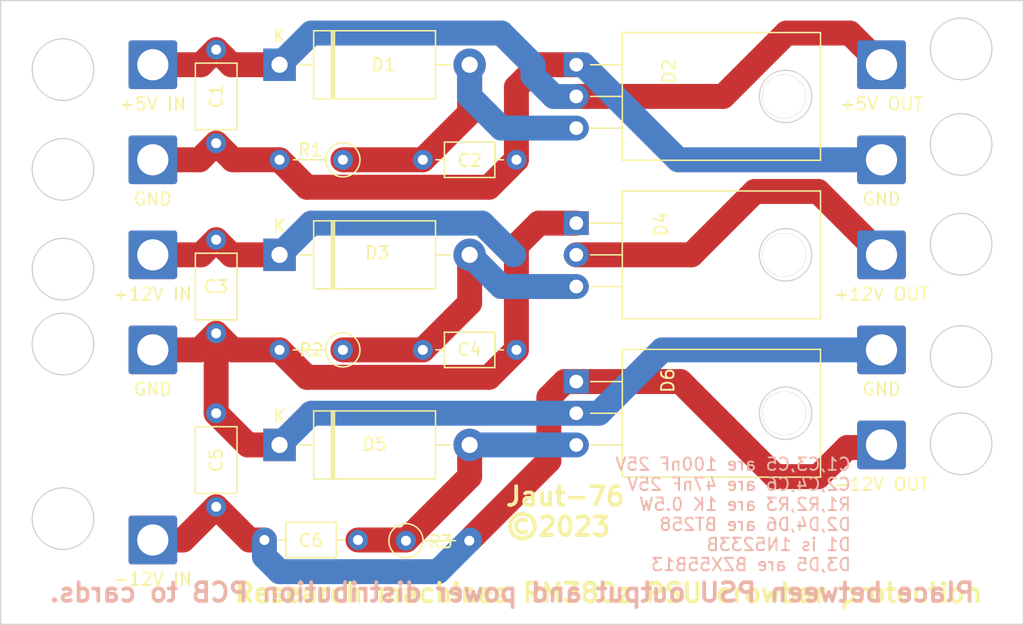
<source format=kicad_pcb>
(kicad_pcb (version 20221018) (generator pcbnew)
  (layers (0 "F.Cu" signal) (31 "B.Cu" signal) (34 "B.Paste" user) (35 "F.Paste" user) (36 "B.SilkS" user "B.Silkscreen") (37 "F.SilkS" user "F.Silkscreen") (38 "B.Mask" user) (39 "F.Mask" user) (44 "Edge.Cuts" user))
  (net 0 "")
  (net 1 "Net-(D1-K)")
  (net 2 "Net-(D2-K)")
  (net 3 "Net-(D1-A)")
  (net 4 "Net-(D3-K)")
  (net 5 "Net-(D4-K)")
  (net 6 "Net-(D3-A)")
  (net 7 "Net-(D6-K)")
  (net 8 "Net-(D5-A)")
  (footprint "Connector_Wire:SolderWire-2sqmm_1x01_D2mm_OD3.9mm" (layer "F.Cu") (at 203.2 104.14)
    (fp_text reference "H1" hide)
    (fp_text value "+5V IN" (at 0 3.15) (layer "F.SilkS"))
    (pad "1" thru_hole roundrect (at 0 0) (size 3.9 3.9) (drill 2.5) (layers "*.Cu" "*.Mask") (roundrect_rratio 0.06410307692) (net 1 "Net-(D1-K)"))
  )
  (footprint "Connector_Wire:SolderWire-2sqmm_1x01_D2mm_OD3.9mm" (layer "F.Cu") (at 261.62 127)
    (fp_text reference "H8" hide)
    (fp_text value "GND" (at 0 3.15) (layer "F.SilkS"))
    (pad "1" thru_hole roundrect (at 0 0) (size 3.9 3.9) (drill 2.5) (layers "*.Cu" "*.Mask") (roundrect_rratio 0.06410307692) (net 5 "Net-(D4-K)"))
  )
  (footprint "Capacitor_THT:C_Axial_L5.1mm_D3.1mm_P7.50mm_Horizontal" (layer "F.Cu") (at 208.28 102.93 -90)
    (fp_text reference "C1" (at 3.745 0.005 90) (layer "F.SilkS"))
    (fp_text value "100nf" hide)
    (fp_line (start 1.04 0) (end 1.08 0) (stroke (width 0.12)) (layer "F.SilkS"))
    (fp_line (start 1.08 -1.67) (end 1.08 1.67) (stroke (width 0.12)) (layer "F.SilkS"))
    (fp_line (start 1.08 1.67) (end 6.42 1.67) (stroke (width 0.12)) (layer "F.SilkS"))
    (fp_line (start 6.42 -1.67) (end 1.08 -1.67) (stroke (width 0.12)) (layer "F.SilkS"))
    (fp_line (start 6.42 1.67) (end 6.42 -1.67) (stroke (width 0.12)) (layer "F.SilkS"))
    (fp_line (start 6.46 0) (end 6.42 0) (stroke (width 0.12)) (layer "F.SilkS"))
    (pad "1" thru_hole circle (at 0 0 270) (size 1.6 1.6) (drill 0.8) (layers "*.Cu" "*.Mask") (net 1 "Net-(D1-K)"))
    (pad "2" thru_hole oval (at 7.5 0 270) (size 1.6 1.6) (drill 0.8) (layers "*.Cu" "*.Mask") (net 2 "Net-(D2-K)"))
  )
  (footprint "Diode_THT:D_DO-201_P15.24mm_Horizontal" (layer "F.Cu") (at 213.36 119.38)
    (fp_text reference "D3" (at 7.84 -0.16) (layer "F.SilkS"))
    (fp_text value "1N53xxB" hide)
    (fp_text user "K" (at 0 -2.3) (layer "F.SilkS"))
    (fp_line (start 1.54 0) (end 2.735 0) (stroke (width 0.12)) (layer "F.SilkS"))
    (fp_line (start 2.735 -2.725) (end 2.735 2.725) (stroke (width 0.12)) (layer "F.SilkS"))
    (fp_line (start 2.735 2.725) (end 12.505 2.725) (stroke (width 0.12)) (layer "F.SilkS"))
    (fp_line (start 4.1645 -2.725) (end 4.1645 2.725) (stroke (width 0.12)) (layer "F.SilkS"))
    (fp_line (start 4.2845 -2.725) (end 4.2845 2.725) (stroke (width 0.12)) (layer "F.SilkS"))
    (fp_line (start 4.4045 -2.725) (end 4.4045 2.725) (stroke (width 0.12)) (layer "F.SilkS"))
    (fp_line (start 12.505 -2.725) (end 2.735 -2.725) (stroke (width 0.12)) (layer "F.SilkS"))
    (fp_line (start 12.505 2.725) (end 12.505 -2.725) (stroke (width 0.12)) (layer "F.SilkS"))
    (fp_line (start 13.7 0) (end 12.505 0) (stroke (width 0.12)) (layer "F.SilkS"))
    (pad "1" thru_hole rect (at 0 0) (size 2.6 2.6) (drill 1.3) (layers "*.Cu" "*.Mask") (net 4 "Net-(D3-K)"))
    (pad "2" thru_hole oval (at 15.24 0) (size 2.6 2.6) (drill 1.3) (layers "*.Cu" "*.Mask") (net 6 "Net-(D3-A)"))
  )
  (footprint "Capacitor_THT:C_Axial_L3.8mm_D2.6mm_P7.50mm_Horizontal" (layer "F.Cu") (at 224.85 127)
    (fp_text reference "C4" (at 3.74 -0.02) (layer "F.SilkS"))
    (fp_text value "47nf")
    (fp_line (start 1.04 0) (end 1.73 0) (stroke (width 0.12)) (layer "F.SilkS"))
    (fp_line (start 1.73 -1.42) (end 1.73 1.42) (stroke (width 0.12)) (layer "F.SilkS"))
    (fp_line (start 1.73 1.42) (end 5.77 1.42) (stroke (width 0.12)) (layer "F.SilkS"))
    (fp_line (start 5.77 -1.42) (end 1.73 -1.42) (stroke (width 0.12)) (layer "F.SilkS"))
    (fp_line (start 5.77 1.42) (end 5.77 -1.42) (stroke (width 0.12)) (layer "F.SilkS"))
    (fp_line (start 6.46 0) (end 5.77 0) (stroke (width 0.12)) (layer "F.SilkS"))
    (pad "1" thru_hole circle (at 0 0) (size 1.6 1.6) (drill 0.8) (layers "*.Cu" "*.Mask") (net 6 "Net-(D3-A)"))
    (pad "2" thru_hole oval (at 7.5 0) (size 1.6 1.6) (drill 0.8) (layers "*.Cu" "*.Mask") (net 5 "Net-(D4-K)"))
  )
  (footprint "Capacitor_THT:C_Axial_L3.8mm_D2.6mm_P7.50mm_Horizontal" (layer "F.Cu") (at 219.65 142.24 180)
    (fp_text reference "C6" (at 3.77 -0.04) (layer "F.SilkS"))
    (fp_text value "47nf" hide)
    (fp_line (start 1.04 0) (end 1.73 0) (stroke (width 0.12)) (layer "F.SilkS"))
    (fp_line (start 1.73 -1.42) (end 1.73 1.42) (stroke (width 0.12)) (layer "F.SilkS"))
    (fp_line (start 1.73 1.42) (end 5.77 1.42) (stroke (width 0.12)) (layer "F.SilkS"))
    (fp_line (start 5.77 -1.42) (end 1.73 -1.42) (stroke (width 0.12)) (layer "F.SilkS"))
    (fp_line (start 5.77 1.42) (end 5.77 -1.42) (stroke (width 0.12)) (layer "F.SilkS"))
    (fp_line (start 6.46 0) (end 5.77 0) (stroke (width 0.12)) (layer "F.SilkS"))
    (pad "1" thru_hole circle (at 0 0 180) (size 1.6 1.6) (drill 0.8) (layers "*.Cu" "*.Mask") (net 8 "Net-(D5-A)"))
    (pad "2" thru_hole oval (at 7.5 0 180) (size 1.6 1.6) (drill 0.8) (layers "*.Cu" "*.Mask") (net 7 "Net-(D6-K)"))
  )
  (footprint "Connector_Wire:SolderWire-2sqmm_1x01_D2mm_OD3.9mm" (layer "F.Cu") (at 261.62 104.14)
    (fp_text reference "H4" hide)
    (fp_text value "+5V OUT" (at 0 3.15) (layer "F.SilkS"))
    (pad "1" thru_hole roundrect (at 0 0) (size 3.9 3.9) (drill 2.5) (layers "*.Cu" "*.Mask") (roundrect_rratio 0.06410307692) (net 1 "Net-(D1-K)"))
  )
  (footprint "Connector_Wire:SolderWire-2sqmm_1x01_D2mm_OD3.9mm" (layer "F.Cu") (at 203.2 119.38)
    (fp_text reference "H5" hide)
    (fp_text value "+12V IN" (at 0 3.15) (layer "F.SilkS"))
    (pad "1" thru_hole roundrect (at 0 0) (size 3.9 3.9) (drill 2.5) (layers "*.Cu" "*.Mask") (roundrect_rratio 0.06410307692) (net 4 "Net-(D3-K)"))
  )
  (footprint "Capacitor_THT:C_Axial_L5.1mm_D3.1mm_P7.50mm_Horizontal" (layer "F.Cu") (at 208.28 118.17 -90)
    (fp_text reference "C3" (at 3.77 0.01 -180) (layer "F.SilkS"))
    (fp_text value "100nf" hide)
    (fp_line (start 1.04 0) (end 1.08 0) (stroke (width 0.12)) (layer "F.SilkS"))
    (fp_line (start 1.08 -1.67) (end 1.08 1.67) (stroke (width 0.12)) (layer "F.SilkS"))
    (fp_line (start 1.08 1.67) (end 6.42 1.67) (stroke (width 0.12)) (layer "F.SilkS"))
    (fp_line (start 6.42 -1.67) (end 1.08 -1.67) (stroke (width 0.12)) (layer "F.SilkS"))
    (fp_line (start 6.42 1.67) (end 6.42 -1.67) (stroke (width 0.12)) (layer "F.SilkS"))
    (fp_line (start 6.46 0) (end 6.42 0) (stroke (width 0.12)) (layer "F.SilkS"))
    (pad "1" thru_hole circle (at 0 0 270) (size 1.6 1.6) (drill 0.8) (layers "*.Cu" "*.Mask") (net 4 "Net-(D3-K)"))
    (pad "2" thru_hole oval (at 7.5 0 270) (size 1.6 1.6) (drill 0.8) (layers "*.Cu" "*.Mask") (net 5 "Net-(D4-K)"))
  )
  (footprint "Connector_Wire:SolderWire-2sqmm_1x01_D2mm_OD3.9mm" (layer "F.Cu") (at 261.62 111.76)
    (fp_text reference "H3" hide)
    (fp_text value "GND" (at 0 3.15) (layer "F.SilkS"))
    (pad "1" thru_hole roundrect (at 0 0) (size 3.9 3.9) (drill 2.5) (layers "*.Cu" "*.Mask") (roundrect_rratio 0.06410307692) (net 2 "Net-(D2-K)"))
  )
  (footprint "Connector_Wire:SolderWire-2sqmm_1x01_D2mm_OD3.9mm" (layer "F.Cu") (at 203.2 127)
    (fp_text reference "H6" hide)
    (fp_text value "GND" (at 0 3.15) (layer "F.SilkS"))
    (pad "1" thru_hole roundrect (at 0 0) (size 3.9 3.9) (drill 2.5) (layers "*.Cu" "*.Mask") (roundrect_rratio 0.06410307692) (net 5 "Net-(D4-K)"))
  )
  (footprint "Connector_Wire:SolderWire-2sqmm_1x01_D2mm_OD3.9mm" (layer "F.Cu") (at 203.2 142.24)
    (fp_text reference "H10" hide)
    (fp_text value "-12V IN" (at 0 3.15) (layer "F.SilkS"))
    (pad "1" thru_hole roundrect (at 0 0) (size 3.9 3.9) (drill 2.5) (layers "*.Cu" "*.Mask") (roundrect_rratio 0.06410307692) (net 7 "Net-(D6-K)"))
  )
  (footprint "Capacitor_THT:C_Axial_L3.8mm_D2.6mm_P7.50mm_Horizontal" (layer "F.Cu") (at 224.85 111.76)
    (fp_text reference "C2" (at 3.76 0.05) (layer "F.SilkS"))
    (fp_text value "47nf" hide)
    (fp_line (start 1.04 0) (end 1.73 0) (stroke (width 0.12)) (layer "F.SilkS"))
    (fp_line (start 1.73 -1.42) (end 1.73 1.42) (stroke (width 0.12)) (layer "F.SilkS"))
    (fp_line (start 1.73 1.42) (end 5.77 1.42) (stroke (width 0.12)) (layer "F.SilkS"))
    (fp_line (start 5.77 -1.42) (end 1.73 -1.42) (stroke (width 0.12)) (layer "F.SilkS"))
    (fp_line (start 5.77 1.42) (end 5.77 -1.42) (stroke (width 0.12)) (layer "F.SilkS"))
    (fp_line (start 6.46 0) (end 5.77 0) (stroke (width 0.12)) (layer "F.SilkS"))
    (pad "1" thru_hole circle (at 0 0) (size 1.6 1.6) (drill 0.8) (layers "*.Cu" "*.Mask") (net 3 "Net-(D1-A)"))
    (pad "2" thru_hole oval (at 7.5 0) (size 1.6 1.6) (drill 0.8) (layers "*.Cu" "*.Mask") (net 2 "Net-(D2-K)"))
  )
  (footprint "Resistor_THT:R_Axial_DIN0207_L6.3mm_D2.5mm_P5.08mm_Vertical" (layer "F.Cu") (at 218.44 111.76 180)
    (fp_text reference "R1" (at 2.61 0.79) (layer "F.SilkS"))
    (fp_text value "1K" hide)
    (fp_line (start 1.37 0) (end 3.98 0) (stroke (width 0.12)) (layer "F.SilkS"))
    (fp_circle (center 0 0) (end 1.37 0) (stroke (width 0.12)) (fill none) (layer "F.SilkS"))
    (pad "1" thru_hole circle (at 0 0 180) (size 1.6 1.6) (drill 0.8) (layers "*.Cu" "*.Mask") (net 3 "Net-(D1-A)"))
    (pad "2" thru_hole oval (at 5.08 0 180) (size 1.6 1.6) (drill 0.8) (layers "*.Cu" "*.Mask") (net 2 "Net-(D2-K)"))
  )
  (footprint "Capacitor_THT:C_Axial_L5.1mm_D3.1mm_P7.50mm_Horizontal" (layer "F.Cu") (at 208.28 132.08 -90)
    (fp_text reference "C5" (at 3.78 0 90) (layer "F.SilkS"))
    (fp_text value "100nf" hide)
    (fp_line (start 1.04 0) (end 1.08 0) (stroke (width 0.12)) (layer "F.SilkS"))
    (fp_line (start 1.08 -1.67) (end 1.08 1.67) (stroke (width 0.12)) (layer "F.SilkS"))
    (fp_line (start 1.08 1.67) (end 6.42 1.67) (stroke (width 0.12)) (layer "F.SilkS"))
    (fp_line (start 6.42 -1.67) (end 1.08 -1.67) (stroke (width 0.12)) (layer "F.SilkS"))
    (fp_line (start 6.42 1.67) (end 6.42 -1.67) (stroke (width 0.12)) (layer "F.SilkS"))
    (fp_line (start 6.46 0) (end 6.42 0) (stroke (width 0.12)) (layer "F.SilkS"))
    (pad "1" thru_hole circle (at 0 0 270) (size 1.6 1.6) (drill 0.8) (layers "*.Cu" "*.Mask") (net 5 "Net-(D4-K)"))
    (pad "2" thru_hole oval (at 7.5 0 270) (size 1.6 1.6) (drill 0.8) (layers "*.Cu" "*.Mask") (net 7 "Net-(D6-K)"))
  )
  (footprint "Package_TO_SOT_THT:TO-220-3_Horizontal_TabDown" (layer "F.Cu") (at 237.15 104.14 -90)
    (fp_text reference "D2" (at 0.53 -7.43 90) (layer "F.SilkS"))
    (fp_text value "Q_SCR_KAG" hide)
    (fp_line (start -2.58 -19.58) (end -2.58 -3.69) (stroke (width 0.12)) (layer "F.SilkS"))
    (fp_line (start -2.58 -19.58) (end 7.66 -19.58) (stroke (width 0.12)) (layer "F.SilkS"))
    (fp_line (start -2.58 -3.69) (end 7.66 -3.69) (stroke (width 0.12)) (layer "F.SilkS"))
    (fp_line (start 0 -3.69) (end 0 -1.15) (stroke (width 0.12)) (layer "F.SilkS"))
    (fp_line (start 2.54 -3.69) (end 2.54 -1.15) (stroke (width 0.12)) (layer "F.SilkS"))
    (fp_line (start 5.08 -3.69) (end 5.08 -1.15) (stroke (width 0.12)) (layer "F.SilkS"))
    (fp_line (start 7.66 -19.58) (end 7.66 -3.69) (stroke (width 0.12)) (layer "F.SilkS"))
    (pad "" thru_hole oval (at 2.54 -16.66 270) (size 3.5 3.5) (drill 3.5) (layers "*.Cu" "*.Mask"))
    (pad "1" thru_hole rect (at 0 0 270) (size 1.905 2) (drill 1.1) (layers "*.Cu" "*.Mask") (net 2 "Net-(D2-K)"))
    (pad "2" thru_hole oval (at 2.54 0 270) (size 1.905 2) (drill 1.1) (layers "*.Cu" "*.Mask") (net 1 "Net-(D1-K)"))
    (pad "3" thru_hole oval (at 5.08 0 270) (size 1.905 2) (drill 1.1) (layers "*.Cu" "*.Mask") (net 3 "Net-(D1-A)"))
  )
  (footprint "Connector_Wire:SolderWire-2sqmm_1x01_D2mm_OD3.9mm" (layer "F.Cu") (at 261.62 134.62)
    (fp_text reference "H12" hide)
    (fp_text value "-12V OUT" (at 0 3.15) (layer "F.SilkS"))
    (pad "1" thru_hole roundrect (at 0 0) (size 3.9 3.9) (drill 2.5) (layers "*.Cu" "*.Mask") (roundrect_rratio 0.06410307692) (net 7 "Net-(D6-K)"))
  )
  (footprint "Resistor_THT:R_Axial_DIN0207_L6.3mm_D2.5mm_P5.08mm_Vertical" (layer "F.Cu") (at 223.495 142.3)
    (fp_text reference "R3" (at 2.785 0.08) (layer "F.SilkS"))
    (fp_text value "1K" hide)
    (fp_line (start 1.37 0) (end 3.98 0) (stroke (width 0.12)) (layer "F.SilkS"))
    (fp_circle (center 0 0) (end 1.37 0) (stroke (width 0.12)) (fill none) (layer "F.SilkS"))
    (pad "1" thru_hole circle (at 0 0) (size 1.6 1.6) (drill 0.8) (layers "*.Cu" "*.Mask") (net 8 "Net-(D5-A)"))
    (pad "2" thru_hole oval (at 5.08 0) (size 1.6 1.6) (drill 0.8) (layers "*.Cu" "*.Mask") (net 7 "Net-(D6-K)"))
  )
  (footprint "Resistor_THT:R_Axial_DIN0207_L6.3mm_D2.5mm_P5.08mm_Vertical" (layer "F.Cu") (at 218.44 127 180)
    (fp_text reference "R2" (at 2.54 0) (layer "F.SilkS"))
    (fp_text value "1K" hide)
    (fp_line (start 1.37 0) (end 3.98 0) (stroke (width 0.12)) (layer "F.SilkS"))
    (fp_circle (center 0 0) (end 1.37 0) (stroke (width 0.12)) (fill none) (layer "F.SilkS"))
    (pad "1" thru_hole circle (at 0 0 180) (size 1.6 1.6) (drill 0.8) (layers "*.Cu" "*.Mask") (net 6 "Net-(D3-A)"))
    (pad "2" thru_hole oval (at 5.08 0 180) (size 1.6 1.6) (drill 0.8) (layers "*.Cu" "*.Mask") (net 5 "Net-(D4-K)"))
  )
  (footprint "Connector_Wire:SolderWire-2sqmm_1x01_D2mm_OD3.9mm" (layer "F.Cu") (at 203.2 111.76)
    (fp_text reference "H2" hide)
    (fp_text value "GND" (at 0 3.15) (layer "F.SilkS"))
    (pad "1" thru_hole roundrect (at 0 0) (size 3.9 3.9) (drill 2.5) (layers "*.Cu" "*.Mask") (roundrect_rratio 0.06410307692) (net 2 "Net-(D2-K)"))
  )
  (footprint "Connector_Wire:SolderWire-2sqmm_1x01_D2mm_OD3.9mm" (layer "F.Cu") (at 261.62 119.38)
    (fp_text reference "H7" hide)
    (fp_text value "+12V OUT" (at 0 3.15) (layer "F.SilkS"))
    (pad "1" thru_hole roundrect (at 0 0) (size 3.9 3.9) (drill 2.5) (layers "*.Cu" "*.Mask") (roundrect_rratio 0.06410307692) (net 4 "Net-(D3-K)"))
  )
  (footprint "Package_TO_SOT_THT:TO-220-3_Horizontal_TabDown" (layer "F.Cu") (at 237.15 116.84 -90)
    (fp_text reference "D4" (at 0.09 -6.81 90) (layer "F.SilkS"))
    (fp_text value "Q_SCR_KAG" hide)
    (fp_line (start -2.58 -19.58) (end -2.58 -3.69) (stroke (width 0.12)) (layer "F.SilkS"))
    (fp_line (start -2.58 -19.58) (end 7.66 -19.58) (stroke (width 0.12)) (layer "F.SilkS"))
    (fp_line (start -2.58 -3.69) (end 7.66 -3.69) (stroke (width 0.12)) (layer "F.SilkS"))
    (fp_line (start 0 -3.69) (end 0 -1.15) (stroke (width 0.12)) (layer "F.SilkS"))
    (fp_line (start 2.54 -3.69) (end 2.54 -1.15) (stroke (width 0.12)) (layer "F.SilkS"))
    (fp_line (start 5.08 -3.69) (end 5.08 -1.15) (stroke (width 0.12)) (layer "F.SilkS"))
    (fp_line (start 7.66 -19.58) (end 7.66 -3.69) (stroke (width 0.12)) (layer "F.SilkS"))
    (pad "" thru_hole oval (at 2.54 -16.66 270) (size 3.5 3.5) (drill 3.5) (layers "*.Cu" "*.Mask"))
    (pad "1" thru_hole rect (at 0 0 270) (size 1.905 2) (drill 1.1) (layers "*.Cu" "*.Mask") (net 5 "Net-(D4-K)"))
    (pad "2" thru_hole oval (at 2.54 0 270) (size 1.905 2) (drill 1.1) (layers "*.Cu" "*.Mask") (net 4 "Net-(D3-K)"))
    (pad "3" thru_hole oval (at 5.08 0 270) (size 1.905 2) (drill 1.1) (layers "*.Cu" "*.Mask") (net 6 "Net-(D3-A)"))
  )
  (footprint "Package_TO_SOT_THT:TO-220-3_Horizontal_TabDown" (layer "F.Cu") (at 237.15 129.54 -90)
    (fp_text reference "D6" (at -0.08 -7.34 90) (layer "F.SilkS"))
    (fp_text value "Q_SCR_KAG" hide)
    (fp_line (start -2.58 -19.58) (end -2.58 -3.69) (stroke (width 0.12)) (layer "F.SilkS"))
    (fp_line (start -2.58 -19.58) (end 7.66 -19.58) (stroke (width 0.12)) (layer "F.SilkS"))
    (fp_line (start -2.58 -3.69) (end 7.66 -3.69) (stroke (width 0.12)) (layer "F.SilkS"))
    (fp_line (start 0 -3.69) (end 0 -1.15) (stroke (width 0.12)) (layer "F.SilkS"))
    (fp_line (start 2.54 -3.69) (end 2.54 -1.15) (stroke (width 0.12)) (layer "F.SilkS"))
    (fp_line (start 5.08 -3.69) (end 5.08 -1.15) (stroke (width 0.12)) (layer "F.SilkS"))
    (fp_line (start 7.66 -19.58) (end 7.66 -3.69) (stroke (width 0.12)) (layer "F.SilkS"))
    (pad "" thru_hole oval (at 2.54 -16.66 270) (size 3.5 3.5) (drill 3.5) (layers "*.Cu" "*.Mask"))
    (pad "1" thru_hole rect (at 0 0 270) (size 1.905 2) (drill 1.1) (layers "*.Cu" "*.Mask") (net 7 "Net-(D6-K)"))
    (pad "2" thru_hole oval (at 2.54 0 270) (size 1.905 2) (drill 1.1) (layers "*.Cu" "*.Mask") (net 5 "Net-(D4-K)"))
    (pad "3" thru_hole oval (at 5.08 0 270) (size 1.905 2) (drill 1.1) (layers "*.Cu" "*.Mask") (net 8 "Net-(D5-A)"))
  )
  (footprint "Diode_THT:D_DO-201_P15.24mm_Horizontal" (layer "F.Cu") (at 213.36 104.14)
    (fp_text reference "D1" (at 8.34 0) (layer "F.SilkS"))
    (fp_text value "1N53xxB" hide)
    (fp_text user "K" (at 0 -2.3) (layer "F.SilkS"))
    (fp_line (start 1.54 0) (end 2.735 0) (stroke (width 0.12)) (layer "F.SilkS"))
    (fp_line (start 2.735 -2.725) (end 2.735 2.725) (stroke (width 0.12)) (layer "F.SilkS"))
    (fp_line (start 2.735 2.725) (end 12.505 2.725) (stroke (width 0.12)) (layer "F.SilkS"))
    (fp_line (start 4.1645 -2.725) (end 4.1645 2.725) (stroke (width 0.12)) (layer "F.SilkS"))
    (fp_line (start 4.2845 -2.725) (end 4.2845 2.725) (stroke (width 0.12)) (layer "F.SilkS"))
    (fp_line (start 4.4045 -2.725) (end 4.4045 2.725) (stroke (width 0.12)) (layer "F.SilkS"))
    (fp_line (start 12.505 -2.725) (end 2.735 -2.725) (stroke (width 0.12)) (layer "F.SilkS"))
    (fp_line (start 12.505 2.725) (end 12.505 -2.725) (stroke (width 0.12)) (layer "F.SilkS"))
    (fp_line (start 13.7 0) (end 12.505 0) (stroke (width 0.12)) (layer "F.SilkS"))
    (pad "1" thru_hole rect (at 0 0) (size 2.6 2.6) (drill 1.3) (layers "*.Cu" "*.Mask") (net 1 "Net-(D1-K)"))
    (pad "2" thru_hole oval (at 15.24 0) (size 2.6 2.6) (drill 1.3) (layers "*.Cu" "*.Mask") (net 3 "Net-(D1-A)"))
  )
  (footprint "Diode_THT:D_DO-201_P15.24mm_Horizontal" (layer "F.Cu") (at 213.36 134.62)
    (fp_text reference "D5" (at 7.63 -0.06) (layer "F.SilkS"))
    (fp_text value "1N53xxB" hide)
    (fp_text user "K" (at 0 -2.3) (layer "F.SilkS"))
    (fp_line (start 1.54 0) (end 2.735 0) (stroke (width 0.12)) (layer "F.SilkS"))
    (fp_line (start 2.735 -2.725) (end 2.735 2.725) (stroke (width 0.12)) (layer "F.SilkS"))
    (fp_line (start 2.735 2.725) (end 12.505 2.725) (stroke (width 0.12)) (layer "F.SilkS"))
    (fp_line (start 4.1645 -2.725) (end 4.1645 2.725) (stroke (width 0.12)) (layer "F.SilkS"))
    (fp_line (start 4.2845 -2.725) (end 4.2845 2.725) (stroke (width 0.12)) (layer "F.SilkS"))
    (fp_line (start 4.4045 -2.725) (end 4.4045 2.725) (stroke (width 0.12)) (layer "F.SilkS"))
    (fp_line (start 12.505 -2.725) (end 2.735 -2.725) (stroke (width 0.12)) (layer "F.SilkS"))
    (fp_line (start 12.505 2.725) (end 12.505 -2.725) (stroke (width 0.12)) (layer "F.SilkS"))
    (fp_line (start 13.7 0) (end 12.505 0) (stroke (width 0.12)) (layer "F.SilkS"))
    (pad "1" thru_hole rect (at 0 0) (size 2.6 2.6) (drill 1.3) (layers "*.Cu" "*.Mask") (net 5 "Net-(D4-K)"))
    (pad "2" thru_hole oval (at 15.24 0) (size 2.6 2.6) (drill 1.3) (layers "*.Cu" "*.Mask") (net 8 "Net-(D5-A)"))
  )
  (gr_circle (center 196 104.530183) (end 197.3 106.630183) (stroke (width 0.1)) (fill none) (layer "Edge.Cuts"))
  (gr_circle (center 196 120.530183) (end 197.3 122.630183) (stroke (width 0.1)) (fill none) (layer "Edge.Cuts"))
  (gr_circle (center 268 118.530183) (end 269.3 120.630183) (stroke (width 0.1)) (fill none) (layer "Edge.Cuts"))
  (gr_circle (center 268 134.530183) (end 269.3 136.630183) (stroke (width 0.1)) (fill none) (layer "Edge.Cuts"))
  (gr_circle (center 268 102.869817) (end 269.3 104.969817) (stroke (width 0.1)) (fill none) (layer "Edge.Cuts"))
  (gr_circle (center 268 127.530183) (end 269.3 129.630183) (stroke (width 0.1)) (fill none) (layer "Edge.Cuts"))
  (gr_circle (center 196 140.530183) (end 197.3 142.630183) (stroke (width 0.1)) (fill none) (layer "Edge.Cuts"))
  (gr_circle (center 268 110.530183) (end 269.3 112.630183) (stroke (width 0.1)) (fill none) (layer "Edge.Cuts"))
  (gr_circle (center 196 112.530183) (end 197.3 114.630183) (stroke (width 0.1)) (fill none) (layer "Edge.Cuts"))
  (gr_circle (center 253.929817 132.08) (end 254 134.18) (stroke (width 0.1)) (fill none) (layer "Edge.Cuts"))
  (gr_circle (center 196 126.530183) (end 197.3 128.630183) (stroke (width 0.1)) (fill none) (layer "Edge.Cuts"))
  (gr_circle (center 253.929817 106.68) (end 254 108.78) (stroke (width 0.1)) (fill none) (layer "Edge.Cuts"))
  (gr_circle (center 253.929817 119.38) (end 254 121.48) (stroke (width 0.1)) (fill none) (layer "Edge.Cuts"))
  (gr_rect (start 191 99) (end 273 149) (stroke (width 0.1)) (fill none) (layer "Edge.Cuts"))
  (gr_text "C1,C3,C5 are 100nF 25V\nC2,C4,C6 are 47nF 25V\nR1,R2,R3 are 1K 0.5W\nD2,D4,D6 are BT258\nD1 is 1N5233B\nD3,D5 are BZX55B13" (at 259.25 144.8) (layer "B.SilkS") (effects (font (size 1 1)) (justify left bottom mirror)))
  (gr_text "Place between PSU output and power distribution PCB to cards." (at 269.24 147.32) (layer "B.SilkS") (effects (font (size 1.5 1.5) (thickness 0.3) bold) (justify left bottom mirror)))
  (gr_text "Jaut-76\n©2023" (at 231.35 142.04) (layer "F.SilkS") (effects (font (size 1.5 1.5) (thickness 0.3) bold) (justify left bottom)))
  (gr_text "Research machines RM380z PSU crowbar protection" (at 209.61 147.37) (layer "F.SilkS") (effects (font (size 1.5 1.5) (thickness 0.3) bold) (justify left bottom)))
  (segment (start 259.08 101.6) (end 261.62 104.14) (width 2) (layer "F.Cu") (net 1))
  (segment (start 254 101.6) (end 259.08 101.6) (width 2) (layer "F.Cu") (net 1))
  (segment (start 203.2 104.14) (end 207.07 104.14) (width 2) (layer "F.Cu") (net 1))
  (segment (start 207.07 104.14) (end 208.28 102.93) (width 2) (layer "F.Cu") (net 1))
  (segment (start 237.15 106.68) (end 248.92 106.68) (width 2) (layer "F.Cu") (net 1))
  (segment (start 213.36 104.14) (end 209.49 104.14) (width 2) (layer "F.Cu") (net 1))
  (segment (start 209.49 104.14) (end 208.28 102.93) (width 2) (layer "F.Cu") (net 1))
  (segment (start 248.92 106.68) (end 254 101.6) (width 2) (layer "F.Cu") (net 1))
  (segment (start 233.68 104.14) (end 233.68 105.0225) (width 2) (layer "B.Cu") (net 1))
  (segment (start 235.347338 106.689838) (end 237.140163 106.689837) (width 2) (layer "B.Cu") (net 1))
  (segment (start 213.36 104.14) (end 215.9 101.6) (width 2) (layer "B.Cu") (net 1))
  (segment (start 231.14 101.6) (end 233.68 104.14) (width 2) (layer "B.Cu") (net 1))
  (segment (start 233.68 105.0225) (end 235.347338 106.689838) (width 2) (layer "B.Cu") (net 1))
  (segment (start 215.9 101.6) (end 231.14 101.6) (width 2) (layer "B.Cu") (net 1))
  (segment (start 234.15 104.14) (end 232.35 105.94) (width 2) (layer "F.Cu") (net 2))
  (segment (start 203.2 111.76) (end 206.95 111.76) (width 2) (layer "F.Cu") (net 2))
  (segment (start 232.35 111.76) (end 230.15 113.96) (width 2) (layer "F.Cu") (net 2))
  (segment (start 230.15 113.96) (end 215.56 113.96) (width 2) (layer "F.Cu") (net 2))
  (segment (start 237.15 104.14) (end 234.15 104.14) (width 2) (layer "F.Cu") (net 2))
  (segment (start 215.56 113.96) (end 213.36 111.76) (width 2) (layer "F.Cu") (net 2))
  (segment (start 213.36 111.76) (end 209.61 111.76) (width 2) (layer "F.Cu") (net 2))
  (segment (start 209.61 111.76) (end 208.28 110.43) (width 2) (layer "F.Cu") (net 2))
  (segment (start 232.35 105.94) (end 232.35 111.76) (width 2) (layer "F.Cu") (net 2))
  (segment (start 206.95 111.76) (end 208.28 110.43) (width 2) (layer "F.Cu") (net 2))
  (segment (start 237.701595 104.14) (end 237.15 104.14) (width 2) (layer "B.Cu") (net 2))
  (segment (start 261.62 111.76) (end 245.321595 111.76) (width 2) (layer "B.Cu") (net 2))
  (segment (start 245.321595 111.76) (end 237.701595 104.14) (width 2) (layer "B.Cu") (net 2))
  (segment (start 224.85 111.76) (end 218.44 111.76) (width 2) (layer "F.Cu") (net 3))
  (segment (start 228.6 104.14) (end 228.6 108.01) (width 2) (layer "F.Cu") (net 3))
  (segment (start 228.6 108.01) (end 224.85 111.76) (width 2) (layer "F.Cu") (net 3))
  (segment (start 228.6 106.68) (end 228.6 104.14) (width 2) (layer "B.Cu") (net 3))
  (segment (start 237.15 109.22) (end 231.14 109.22) (width 2) (layer "B.Cu") (net 3))
  (segment (start 231.14 109.22) (end 228.6 106.68) (width 2) (layer "B.Cu") (net 3))
  (segment (start 209.49 119.38) (end 208.28 118.17) (width 2) (layer "F.Cu") (net 4))
  (segment (start 207.07 119.38) (end 208.28 118.17) (width 2) (layer "F.Cu") (net 4))
  (segment (start 251.46 114.3) (end 246.38 119.38) (width 2) (layer "F.Cu") (net 4))
  (segment (start 203.2 119.38) (end 207.07 119.38) (width 2) (layer "F.Cu") (net 4))
  (segment (start 261.62 119.38) (end 256.54 114.3) (width 2) (layer "F.Cu") (net 4))
  (segment (start 246.38 119.38) (end 237.15 119.38) (width 2) (layer "F.Cu") (net 4))
  (segment (start 213.36 119.38) (end 209.49 119.38) (width 2) (layer "F.Cu") (net 4))
  (segment (start 256.54 114.3) (end 251.46 114.3) (width 2) (layer "F.Cu") (net 4))
  (segment (start 229.595534 116.84) (end 215.9 116.84) (width 2) (layer "B.Cu") (net 4))
  (segment (start 215.9 116.84) (end 213.36 119.38) (width 2) (layer "B.Cu") (net 4))
  (segment (start 232.135534 119.38) (end 229.595534 116.84) (width 2) (layer "B.Cu") (net 4))
  (segment (start 232.35 118.64) (end 232.35 127) (width 2) (layer "F.Cu") (net 5))
  (segment (start 213.36 134.62) (end 210.82 134.62) (width 2) (layer "F.Cu") (net 5))
  (segment (start 232.35 127) (end 230.15 129.2) (width 2) (layer "F.Cu") (net 5))
  (segment (start 234.15 116.84) (end 232.35 118.64) (width 2) (layer "F.Cu") (net 5))
  (segment (start 230.15 129.2) (end 215.56 129.2) (width 2) (layer "F.Cu") (net 5))
  (segment (start 208.28 132.08) (end 208.28 125.67) (width 2) (layer "F.Cu") (net 5))
  (segment (start 213.36 127) (end 209.61 127) (width 2) (layer "F.Cu") (net 5))
  (segment (start 210.82 134.62) (end 208.28 132.08) (width 2) (layer "F.Cu") (net 5))
  (segment (start 215.56 129.2) (end 213.36 127) (width 2) (layer "F.Cu") (net 5))
  (segment (start 203.2 127) (end 206.95 127) (width 2) (layer "F.Cu") (net 5))
  (segment (start 237.15 116.84) (end 234.15 116.84) (width 2) (layer "F.Cu") (net 5))
  (segment (start 206.95 127) (end 208.28 125.67) (width 2) (layer "F.Cu") (net 5))
  (segment (start 209.61 127) (end 208.28 125.67) (width 2) (layer "F.Cu") (net 5))
  (segment (start 261.62 127) (end 244.0425 127) (width 2) (layer "B.Cu") (net 5))
  (segment (start 237.15 132.08) (end 215.9 132.08) (width 2) (layer "B.Cu") (net 5))
  (segment (start 244.0425 127) (end 238.9625 132.08) (width 2) (layer "B.Cu") (net 5))
  (segment (start 215.9 132.08) (end 213.36 134.62) (width 2) (layer "B.Cu") (net 5))
  (segment (start 238.9625 132.08) (end 237.15 132.08) (width 2) (layer "B.Cu") (net 5))
  (segment (start 218.44 127) (end 224.85 127) (width 2) (layer "F.Cu") (net 6))
  (segment (start 228.6 123.25) (end 224.85 127) (width 2) (layer "F.Cu") (net 6))
  (segment (start 228.6 119.38) (end 228.6 123.25) (width 2) (layer "F.Cu") (net 6))
  (segment (start 231.14 121.92) (end 228.6 119.38) (width 2) (layer "B.Cu") (net 6))
  (segment (start 237.15 121.92) (end 231.14 121.92) (width 2) (layer "B.Cu") (net 6))
  (segment (start 212.15 142.24) (end 210.94 142.24) (width 2) (layer "F.Cu") (net 7))
  (segment (start 203.2 142.24) (end 205.62 142.24) (width 2) (layer "F.Cu") (net 7))
  (segment (start 234.95 135.89) (end 234.95 130.81) (width 2) (layer "F.Cu") (net 7))
  (segment (start 261.62 134.62) (end 261.41 134.83) (width 2) (layer "F.Cu") (net 7))
  (segment (start 245.5 129.54) (end 237.15 129.54) (width 2) (layer "F.Cu") (net 7))
  (segment (start 236.22 129.54) (end 237.15 129.54) (width 2) (layer "F.Cu") (net 7))
  (segment (start 210.94 142.24) (end 208.28 139.58) (width 2) (layer "F.Cu") (net 7))
  (segment (start 228.6 142.24) (end 234.95 135.89) (width 2) (layer "F.Cu") (net 7))
  (segment (start 234.95 130.81) (end 236.22 129.54) (width 2) (layer "F.Cu") (net 7))
  (segment (start 205.62 142.24) (end 208.28 139.58) (width 2) (layer "F.Cu") (net 7))
  (segment (start 256.54 137.16) (end 253.12 137.16) (width 2) (layer "F.Cu") (net 7))
  (segment (start 258.87 134.83) (end 256.54 137.16) (width 2) (layer "F.Cu") (net 7))
  (segment (start 261.41 134.83) (end 258.87 134.83) (width 2) (layer "F.Cu") (net 7))
  (segment (start 253.12 137.16) (end 245.5 129.54) (width 2) (layer "F.Cu") (net 7))
  (segment (start 226.06 144.78) (end 228.6 142.24) (width 2) (layer "B.Cu") (net 7))
  (segment (start 212.15 142.24) (end 212.15 143.57) (width 2) (layer "B.Cu") (net 7))
  (segment (start 213.36 144.78) (end 226.06 144.78) (width 2) (layer "B.Cu") (net 7))
  (segment (start 212.15 143.57) (end 213.36 144.78) (width 2) (layer "B.Cu") (net 7))
  (segment (start 228.6 137.16) (end 223.52 142.24) (width 2) (layer "F.Cu") (net 8))
  (segment (start 219.65 142.24) (end 223.52 142.24) (width 2) (layer "F.Cu") (net 8))
  (segment (start 228.6 134.62) (end 228.6 137.16) (width 2) (layer "F.Cu") (net 8))
  (segment (start 237.15 134.62) (end 228.6 134.62) (width 2) (layer "B.Cu") (net 8))
)
</source>
